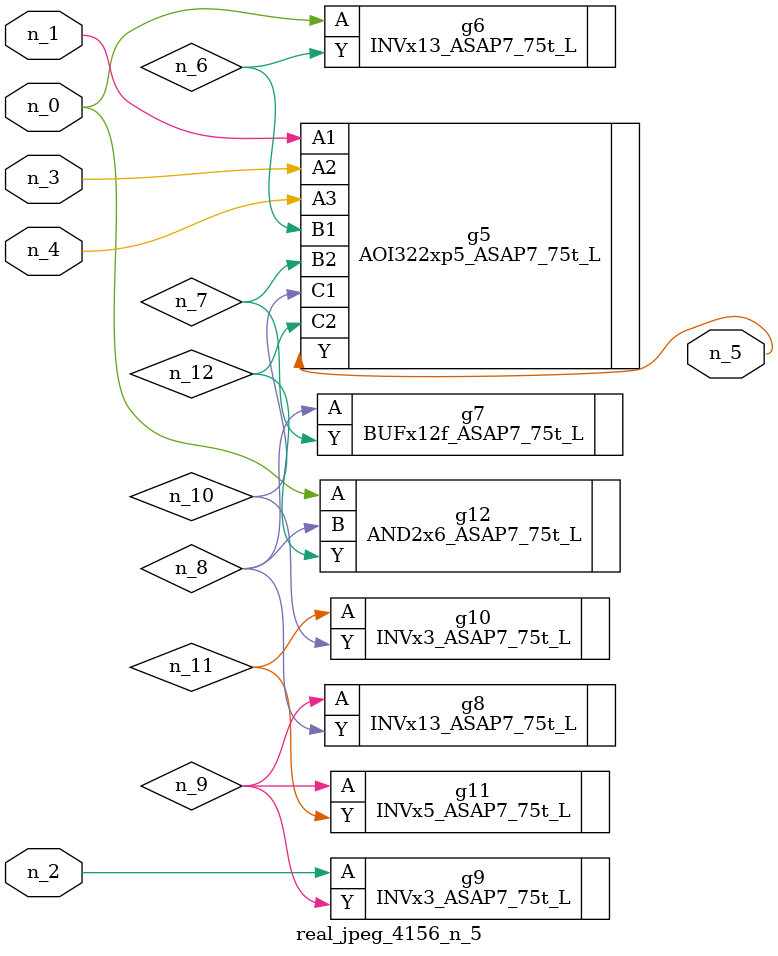
<source format=v>
module real_jpeg_4156_n_5 (n_4, n_0, n_1, n_2, n_3, n_5);

input n_4;
input n_0;
input n_1;
input n_2;
input n_3;

output n_5;

wire n_12;
wire n_8;
wire n_11;
wire n_6;
wire n_7;
wire n_10;
wire n_9;

INVx13_ASAP7_75t_L g6 ( 
.A(n_0),
.Y(n_6)
);

AND2x6_ASAP7_75t_L g12 ( 
.A(n_0),
.B(n_8),
.Y(n_12)
);

AOI322xp5_ASAP7_75t_L g5 ( 
.A1(n_1),
.A2(n_3),
.A3(n_4),
.B1(n_6),
.B2(n_7),
.C1(n_10),
.C2(n_12),
.Y(n_5)
);

INVx3_ASAP7_75t_L g9 ( 
.A(n_2),
.Y(n_9)
);

BUFx12f_ASAP7_75t_L g7 ( 
.A(n_8),
.Y(n_7)
);

INVx13_ASAP7_75t_L g8 ( 
.A(n_9),
.Y(n_8)
);

INVx5_ASAP7_75t_L g11 ( 
.A(n_9),
.Y(n_11)
);

INVx3_ASAP7_75t_L g10 ( 
.A(n_11),
.Y(n_10)
);


endmodule
</source>
